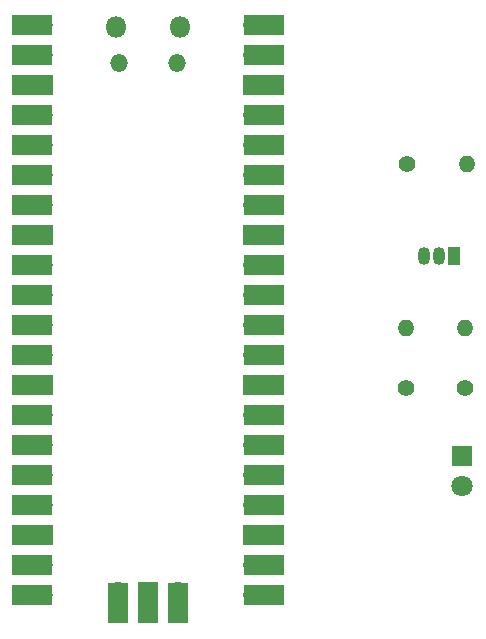
<source format=gbr>
%TF.GenerationSoftware,KiCad,Pcbnew,8.0.0*%
%TF.CreationDate,2024-03-28T11:43:17-03:00*%
%TF.ProjectId,ponderada_sem6_kicad,706f6e64-6572-4616-9461-5f73656d365f,rev?*%
%TF.SameCoordinates,Original*%
%TF.FileFunction,Soldermask,Top*%
%TF.FilePolarity,Negative*%
%FSLAX46Y46*%
G04 Gerber Fmt 4.6, Leading zero omitted, Abs format (unit mm)*
G04 Created by KiCad (PCBNEW 8.0.0) date 2024-03-28 11:43:17*
%MOMM*%
%LPD*%
G01*
G04 APERTURE LIST*
%ADD10O,1.800000X1.800000*%
%ADD11O,1.500000X1.500000*%
%ADD12O,1.700000X1.700000*%
%ADD13R,3.500000X1.700000*%
%ADD14R,1.700000X1.700000*%
%ADD15R,1.700000X3.500000*%
%ADD16O,1.400000X1.400000*%
%ADD17C,1.400000*%
%ADD18C,1.800000*%
%ADD19R,1.800000X1.800000*%
%ADD20O,1.050000X1.500000*%
%ADD21R,1.050000X1.500000*%
G04 APERTURE END LIST*
D10*
%TO.C,U1*%
X118835000Y-84370000D03*
X113385000Y-84370000D03*
D11*
X113685000Y-87400000D03*
X118535000Y-87400000D03*
D12*
X107220000Y-84240000D03*
D13*
X106320000Y-84240000D03*
D12*
X107220000Y-86780000D03*
D13*
X106320000Y-86780000D03*
X106320000Y-89320000D03*
D14*
X107220000Y-89320000D03*
D12*
X107220000Y-91860000D03*
D13*
X106320000Y-91860000D03*
D12*
X107220000Y-94400000D03*
D13*
X106320000Y-94400000D03*
D12*
X107220000Y-96940000D03*
D13*
X106320000Y-96940000D03*
X106320000Y-99480000D03*
D12*
X107220000Y-99480000D03*
D14*
X107220000Y-102020000D03*
D13*
X106320000Y-102020000D03*
X106320000Y-104560000D03*
D12*
X107220000Y-104560000D03*
X107220000Y-107100000D03*
D13*
X106320000Y-107100000D03*
X106320000Y-109640000D03*
D12*
X107220000Y-109640000D03*
X107220000Y-112180000D03*
D13*
X106320000Y-112180000D03*
D14*
X107220000Y-114720000D03*
D13*
X106320000Y-114720000D03*
X106320000Y-117260000D03*
D12*
X107220000Y-117260000D03*
X107220000Y-119800000D03*
D13*
X106320000Y-119800000D03*
X106320000Y-122340000D03*
D12*
X107220000Y-122340000D03*
D13*
X106320000Y-124880000D03*
D12*
X107220000Y-124880000D03*
D13*
X106320000Y-127420000D03*
D14*
X107220000Y-127420000D03*
D12*
X107220000Y-129960000D03*
D13*
X106320000Y-129960000D03*
X106320000Y-132500000D03*
D12*
X107220000Y-132500000D03*
D13*
X125900000Y-132500000D03*
D12*
X125000000Y-132500000D03*
D13*
X125900000Y-129960000D03*
D12*
X125000000Y-129960000D03*
D13*
X125900000Y-127420000D03*
D14*
X125000000Y-127420000D03*
D12*
X125000000Y-124880000D03*
D13*
X125900000Y-124880000D03*
X125900000Y-122340000D03*
D12*
X125000000Y-122340000D03*
D13*
X125900000Y-119800000D03*
D12*
X125000000Y-119800000D03*
X125000000Y-117260000D03*
D13*
X125900000Y-117260000D03*
D14*
X125000000Y-114720000D03*
D13*
X125900000Y-114720000D03*
D12*
X125000000Y-112180000D03*
D13*
X125900000Y-112180000D03*
X125900000Y-109640000D03*
D12*
X125000000Y-109640000D03*
X125000000Y-107100000D03*
D13*
X125900000Y-107100000D03*
D12*
X125000000Y-104560000D03*
D13*
X125900000Y-104560000D03*
X125900000Y-102020000D03*
D14*
X125000000Y-102020000D03*
D13*
X125900000Y-99480000D03*
D12*
X125000000Y-99480000D03*
D13*
X125900000Y-96940000D03*
D12*
X125000000Y-96940000D03*
X125000000Y-94400000D03*
D13*
X125900000Y-94400000D03*
X125900000Y-91860000D03*
D12*
X125000000Y-91860000D03*
D13*
X125900000Y-89320000D03*
D14*
X125000000Y-89320000D03*
D13*
X125900000Y-86780000D03*
D12*
X125000000Y-86780000D03*
X125000000Y-84240000D03*
D13*
X125900000Y-84240000D03*
D15*
X113570000Y-133170000D03*
D12*
X113570000Y-132270000D03*
D14*
X116110000Y-132270000D03*
D15*
X116110000Y-133170000D03*
D12*
X118650000Y-132270000D03*
D15*
X118650000Y-133170000D03*
%TD*%
D16*
%TO.C,R3*%
X143090000Y-96000000D03*
D17*
X138010000Y-96000000D03*
%TD*%
D16*
%TO.C,R2*%
X143000000Y-109910000D03*
D17*
X143000000Y-114990000D03*
%TD*%
D16*
%TO.C,R1*%
X138000000Y-109910000D03*
D17*
X138000000Y-114990000D03*
%TD*%
D18*
%TO.C,D2*%
X142675000Y-123290000D03*
D19*
X142675000Y-120750000D03*
%TD*%
D20*
%TO.C,Q1*%
X139460000Y-103780000D03*
X140730000Y-103780000D03*
D21*
X142000000Y-103780000D03*
%TD*%
M02*

</source>
